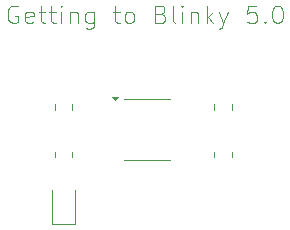
<source format=gbr>
%TF.GenerationSoftware,KiCad,Pcbnew,8.0.6*%
%TF.CreationDate,2025-06-23T21:39:08+01:00*%
%TF.ProjectId,blinky,626c696e-6b79-42e6-9b69-6361645f7063,0.1*%
%TF.SameCoordinates,Original*%
%TF.FileFunction,Legend,Top*%
%TF.FilePolarity,Positive*%
%FSLAX46Y46*%
G04 Gerber Fmt 4.6, Leading zero omitted, Abs format (unit mm)*
G04 Created by KiCad (PCBNEW 8.0.6) date 2025-06-23 21:39:08*
%MOMM*%
%LPD*%
G01*
G04 APERTURE LIST*
%ADD10C,0.100000*%
%ADD11C,0.120000*%
G04 APERTURE END LIST*
D10*
X94308646Y-48682657D02*
X94165789Y-48611228D01*
X94165789Y-48611228D02*
X93951503Y-48611228D01*
X93951503Y-48611228D02*
X93737217Y-48682657D01*
X93737217Y-48682657D02*
X93594360Y-48825514D01*
X93594360Y-48825514D02*
X93522931Y-48968371D01*
X93522931Y-48968371D02*
X93451503Y-49254085D01*
X93451503Y-49254085D02*
X93451503Y-49468371D01*
X93451503Y-49468371D02*
X93522931Y-49754085D01*
X93522931Y-49754085D02*
X93594360Y-49896942D01*
X93594360Y-49896942D02*
X93737217Y-50039800D01*
X93737217Y-50039800D02*
X93951503Y-50111228D01*
X93951503Y-50111228D02*
X94094360Y-50111228D01*
X94094360Y-50111228D02*
X94308646Y-50039800D01*
X94308646Y-50039800D02*
X94380074Y-49968371D01*
X94380074Y-49968371D02*
X94380074Y-49468371D01*
X94380074Y-49468371D02*
X94094360Y-49468371D01*
X95594360Y-50039800D02*
X95451503Y-50111228D01*
X95451503Y-50111228D02*
X95165789Y-50111228D01*
X95165789Y-50111228D02*
X95022931Y-50039800D01*
X95022931Y-50039800D02*
X94951503Y-49896942D01*
X94951503Y-49896942D02*
X94951503Y-49325514D01*
X94951503Y-49325514D02*
X95022931Y-49182657D01*
X95022931Y-49182657D02*
X95165789Y-49111228D01*
X95165789Y-49111228D02*
X95451503Y-49111228D01*
X95451503Y-49111228D02*
X95594360Y-49182657D01*
X95594360Y-49182657D02*
X95665789Y-49325514D01*
X95665789Y-49325514D02*
X95665789Y-49468371D01*
X95665789Y-49468371D02*
X94951503Y-49611228D01*
X96094360Y-49111228D02*
X96665788Y-49111228D01*
X96308645Y-48611228D02*
X96308645Y-49896942D01*
X96308645Y-49896942D02*
X96380074Y-50039800D01*
X96380074Y-50039800D02*
X96522931Y-50111228D01*
X96522931Y-50111228D02*
X96665788Y-50111228D01*
X96951503Y-49111228D02*
X97522931Y-49111228D01*
X97165788Y-48611228D02*
X97165788Y-49896942D01*
X97165788Y-49896942D02*
X97237217Y-50039800D01*
X97237217Y-50039800D02*
X97380074Y-50111228D01*
X97380074Y-50111228D02*
X97522931Y-50111228D01*
X98022931Y-50111228D02*
X98022931Y-49111228D01*
X98022931Y-48611228D02*
X97951503Y-48682657D01*
X97951503Y-48682657D02*
X98022931Y-48754085D01*
X98022931Y-48754085D02*
X98094360Y-48682657D01*
X98094360Y-48682657D02*
X98022931Y-48611228D01*
X98022931Y-48611228D02*
X98022931Y-48754085D01*
X98737217Y-49111228D02*
X98737217Y-50111228D01*
X98737217Y-49254085D02*
X98808646Y-49182657D01*
X98808646Y-49182657D02*
X98951503Y-49111228D01*
X98951503Y-49111228D02*
X99165789Y-49111228D01*
X99165789Y-49111228D02*
X99308646Y-49182657D01*
X99308646Y-49182657D02*
X99380075Y-49325514D01*
X99380075Y-49325514D02*
X99380075Y-50111228D01*
X100737218Y-49111228D02*
X100737218Y-50325514D01*
X100737218Y-50325514D02*
X100665789Y-50468371D01*
X100665789Y-50468371D02*
X100594360Y-50539800D01*
X100594360Y-50539800D02*
X100451503Y-50611228D01*
X100451503Y-50611228D02*
X100237218Y-50611228D01*
X100237218Y-50611228D02*
X100094360Y-50539800D01*
X100737218Y-50039800D02*
X100594360Y-50111228D01*
X100594360Y-50111228D02*
X100308646Y-50111228D01*
X100308646Y-50111228D02*
X100165789Y-50039800D01*
X100165789Y-50039800D02*
X100094360Y-49968371D01*
X100094360Y-49968371D02*
X100022932Y-49825514D01*
X100022932Y-49825514D02*
X100022932Y-49396942D01*
X100022932Y-49396942D02*
X100094360Y-49254085D01*
X100094360Y-49254085D02*
X100165789Y-49182657D01*
X100165789Y-49182657D02*
X100308646Y-49111228D01*
X100308646Y-49111228D02*
X100594360Y-49111228D01*
X100594360Y-49111228D02*
X100737218Y-49182657D01*
X102380075Y-49111228D02*
X102951503Y-49111228D01*
X102594360Y-48611228D02*
X102594360Y-49896942D01*
X102594360Y-49896942D02*
X102665789Y-50039800D01*
X102665789Y-50039800D02*
X102808646Y-50111228D01*
X102808646Y-50111228D02*
X102951503Y-50111228D01*
X103665789Y-50111228D02*
X103522932Y-50039800D01*
X103522932Y-50039800D02*
X103451503Y-49968371D01*
X103451503Y-49968371D02*
X103380075Y-49825514D01*
X103380075Y-49825514D02*
X103380075Y-49396942D01*
X103380075Y-49396942D02*
X103451503Y-49254085D01*
X103451503Y-49254085D02*
X103522932Y-49182657D01*
X103522932Y-49182657D02*
X103665789Y-49111228D01*
X103665789Y-49111228D02*
X103880075Y-49111228D01*
X103880075Y-49111228D02*
X104022932Y-49182657D01*
X104022932Y-49182657D02*
X104094361Y-49254085D01*
X104094361Y-49254085D02*
X104165789Y-49396942D01*
X104165789Y-49396942D02*
X104165789Y-49825514D01*
X104165789Y-49825514D02*
X104094361Y-49968371D01*
X104094361Y-49968371D02*
X104022932Y-50039800D01*
X104022932Y-50039800D02*
X103880075Y-50111228D01*
X103880075Y-50111228D02*
X103665789Y-50111228D01*
X106451503Y-49325514D02*
X106665789Y-49396942D01*
X106665789Y-49396942D02*
X106737218Y-49468371D01*
X106737218Y-49468371D02*
X106808646Y-49611228D01*
X106808646Y-49611228D02*
X106808646Y-49825514D01*
X106808646Y-49825514D02*
X106737218Y-49968371D01*
X106737218Y-49968371D02*
X106665789Y-50039800D01*
X106665789Y-50039800D02*
X106522932Y-50111228D01*
X106522932Y-50111228D02*
X105951503Y-50111228D01*
X105951503Y-50111228D02*
X105951503Y-48611228D01*
X105951503Y-48611228D02*
X106451503Y-48611228D01*
X106451503Y-48611228D02*
X106594361Y-48682657D01*
X106594361Y-48682657D02*
X106665789Y-48754085D01*
X106665789Y-48754085D02*
X106737218Y-48896942D01*
X106737218Y-48896942D02*
X106737218Y-49039800D01*
X106737218Y-49039800D02*
X106665789Y-49182657D01*
X106665789Y-49182657D02*
X106594361Y-49254085D01*
X106594361Y-49254085D02*
X106451503Y-49325514D01*
X106451503Y-49325514D02*
X105951503Y-49325514D01*
X107665789Y-50111228D02*
X107522932Y-50039800D01*
X107522932Y-50039800D02*
X107451503Y-49896942D01*
X107451503Y-49896942D02*
X107451503Y-48611228D01*
X108237217Y-50111228D02*
X108237217Y-49111228D01*
X108237217Y-48611228D02*
X108165789Y-48682657D01*
X108165789Y-48682657D02*
X108237217Y-48754085D01*
X108237217Y-48754085D02*
X108308646Y-48682657D01*
X108308646Y-48682657D02*
X108237217Y-48611228D01*
X108237217Y-48611228D02*
X108237217Y-48754085D01*
X108951503Y-49111228D02*
X108951503Y-50111228D01*
X108951503Y-49254085D02*
X109022932Y-49182657D01*
X109022932Y-49182657D02*
X109165789Y-49111228D01*
X109165789Y-49111228D02*
X109380075Y-49111228D01*
X109380075Y-49111228D02*
X109522932Y-49182657D01*
X109522932Y-49182657D02*
X109594361Y-49325514D01*
X109594361Y-49325514D02*
X109594361Y-50111228D01*
X110308646Y-50111228D02*
X110308646Y-48611228D01*
X110451504Y-49539800D02*
X110880075Y-50111228D01*
X110880075Y-49111228D02*
X110308646Y-49682657D01*
X111380075Y-49111228D02*
X111737218Y-50111228D01*
X112094361Y-49111228D02*
X111737218Y-50111228D01*
X111737218Y-50111228D02*
X111594361Y-50468371D01*
X111594361Y-50468371D02*
X111522932Y-50539800D01*
X111522932Y-50539800D02*
X111380075Y-50611228D01*
X114522932Y-48611228D02*
X113808646Y-48611228D01*
X113808646Y-48611228D02*
X113737218Y-49325514D01*
X113737218Y-49325514D02*
X113808646Y-49254085D01*
X113808646Y-49254085D02*
X113951504Y-49182657D01*
X113951504Y-49182657D02*
X114308646Y-49182657D01*
X114308646Y-49182657D02*
X114451504Y-49254085D01*
X114451504Y-49254085D02*
X114522932Y-49325514D01*
X114522932Y-49325514D02*
X114594361Y-49468371D01*
X114594361Y-49468371D02*
X114594361Y-49825514D01*
X114594361Y-49825514D02*
X114522932Y-49968371D01*
X114522932Y-49968371D02*
X114451504Y-50039800D01*
X114451504Y-50039800D02*
X114308646Y-50111228D01*
X114308646Y-50111228D02*
X113951504Y-50111228D01*
X113951504Y-50111228D02*
X113808646Y-50039800D01*
X113808646Y-50039800D02*
X113737218Y-49968371D01*
X115237217Y-49968371D02*
X115308646Y-50039800D01*
X115308646Y-50039800D02*
X115237217Y-50111228D01*
X115237217Y-50111228D02*
X115165789Y-50039800D01*
X115165789Y-50039800D02*
X115237217Y-49968371D01*
X115237217Y-49968371D02*
X115237217Y-50111228D01*
X116237218Y-48611228D02*
X116380075Y-48611228D01*
X116380075Y-48611228D02*
X116522932Y-48682657D01*
X116522932Y-48682657D02*
X116594361Y-48754085D01*
X116594361Y-48754085D02*
X116665789Y-48896942D01*
X116665789Y-48896942D02*
X116737218Y-49182657D01*
X116737218Y-49182657D02*
X116737218Y-49539800D01*
X116737218Y-49539800D02*
X116665789Y-49825514D01*
X116665789Y-49825514D02*
X116594361Y-49968371D01*
X116594361Y-49968371D02*
X116522932Y-50039800D01*
X116522932Y-50039800D02*
X116380075Y-50111228D01*
X116380075Y-50111228D02*
X116237218Y-50111228D01*
X116237218Y-50111228D02*
X116094361Y-50039800D01*
X116094361Y-50039800D02*
X116022932Y-49968371D01*
X116022932Y-49968371D02*
X115951503Y-49825514D01*
X115951503Y-49825514D02*
X115880075Y-49539800D01*
X115880075Y-49539800D02*
X115880075Y-49182657D01*
X115880075Y-49182657D02*
X115951503Y-48896942D01*
X115951503Y-48896942D02*
X116022932Y-48754085D01*
X116022932Y-48754085D02*
X116094361Y-48682657D01*
X116094361Y-48682657D02*
X116237218Y-48611228D01*
D11*
%TO.C,D1*%
X97240000Y-64225000D02*
X97240000Y-67085000D01*
X97240000Y-67085000D02*
X99160000Y-67085000D01*
X99160000Y-67085000D02*
X99160000Y-64225000D01*
%TO.C,R2*%
X110965000Y-60972936D02*
X110965000Y-61427064D01*
X112435000Y-60972936D02*
X112435000Y-61427064D01*
%TO.C,R3*%
X97465000Y-60972936D02*
X97465000Y-61427064D01*
X98935000Y-60972936D02*
X98935000Y-61427064D01*
%TO.C,R1*%
X110965000Y-56972936D02*
X110965000Y-57427064D01*
X112435000Y-56972936D02*
X112435000Y-57427064D01*
%TO.C,U1*%
X105225000Y-56545000D02*
X103275000Y-56545000D01*
X105225000Y-56545000D02*
X107175000Y-56545000D01*
X105225000Y-61665000D02*
X103275000Y-61665000D01*
X105225000Y-61665000D02*
X107175000Y-61665000D01*
X102525000Y-56640000D02*
X102285000Y-56310000D01*
X102765000Y-56310000D01*
X102525000Y-56640000D01*
G36*
X102525000Y-56640000D02*
G01*
X102285000Y-56310000D01*
X102765000Y-56310000D01*
X102525000Y-56640000D01*
G37*
%TO.C,C1*%
X97465000Y-57423752D02*
X97465000Y-56901248D01*
X98935000Y-57423752D02*
X98935000Y-56901248D01*
%TD*%
M02*

</source>
